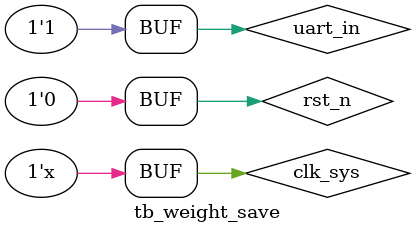
<source format=v>
module tb_weight_save();

GSR GSR_INST( .GSR_N(1'b1), .CLK(1'b0));
  reg clk_sys;
  reg rst_n;
  reg uart_in;
  wire uart_out;
  wire parity;




  initial
  begin
    clk_sys = 1'b0;
    rst_n = 1'b0;
    uart_in = 1'b1;


  end

  always #1 clk_sys = ~clk_sys;
  wire tx_byte_over;























endmodule
</source>
